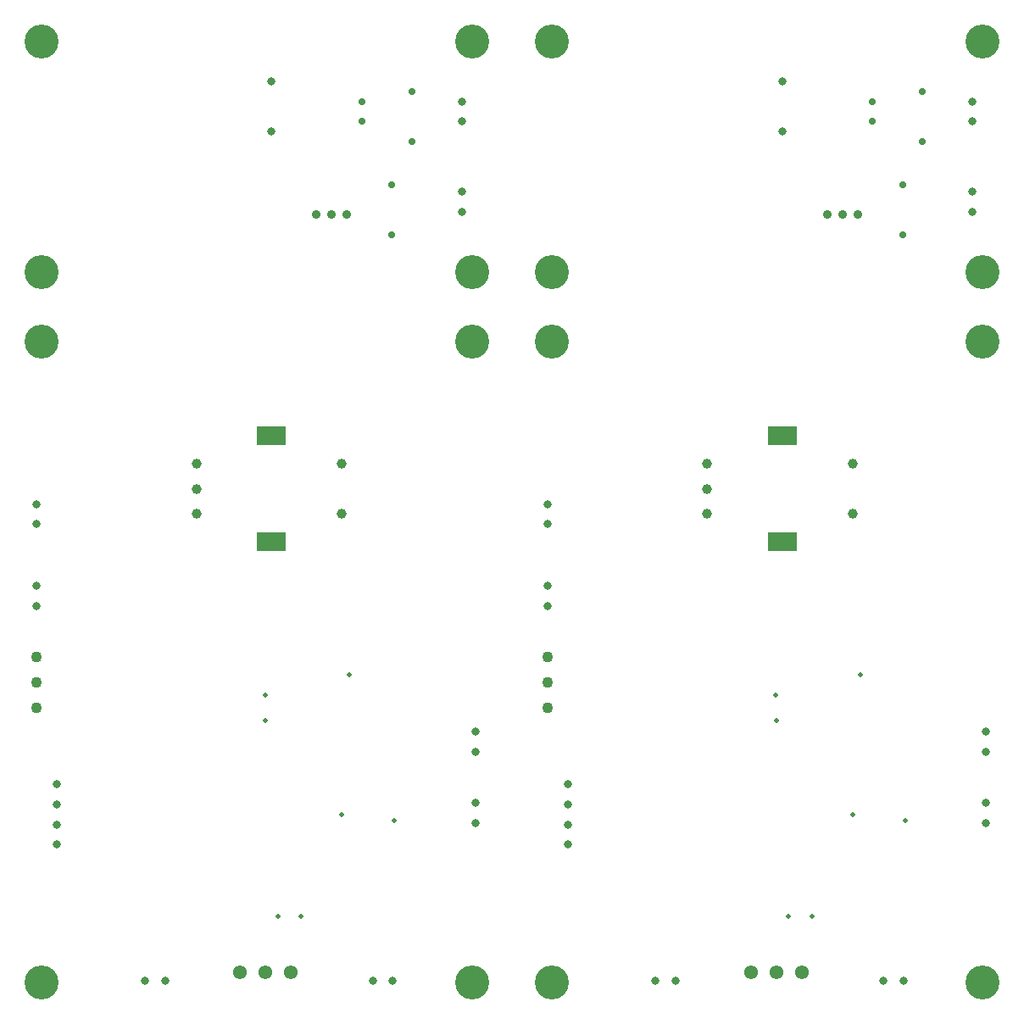
<source format=gbr>
%TF.GenerationSoftware,Altium Limited,Altium Designer,24.3.1 (35)*%
G04 Layer_Color=0*
%FSLAX45Y45*%
%MOMM*%
%TF.SameCoordinates,C0A1E697-D952-45A1-8973-6DB72EE3D4FA*%
%TF.FilePolarity,Positive*%
%TF.FileFunction,Plated,1,2,PTH,Drill*%
%TF.Part,CustomerPanel*%
G01*
G75*
%TA.AperFunction,ComponentDrill*%
%ADD70C,0.80000*%
%ADD71C,0.89000*%
%ADD72C,0.70000*%
%TA.AperFunction,OtherDrill,Pad Free-g (46mm,74mm)*%
%ADD73C,3.40000*%
%TA.AperFunction,OtherDrill,Pad Free-g (46mm,97mm)*%
%ADD74C,3.40000*%
%TA.AperFunction,OtherDrill,Pad Free-g (3mm,97mm)*%
%ADD75C,3.40000*%
%TA.AperFunction,OtherDrill,Pad Free-g (3mm,74mm)*%
%ADD76C,3.40000*%
%TA.AperFunction,OtherDrill,Pad Free-g (97mm,74mm)*%
%ADD77C,3.40000*%
%TA.AperFunction,OtherDrill,Pad Free-g (97mm,97mm)*%
%ADD78C,3.40000*%
%TA.AperFunction,OtherDrill,Pad Free-g (54mm,97mm)*%
%ADD79C,3.40000*%
%TA.AperFunction,OtherDrill,Pad Free-g (54mm,74mm)*%
%ADD80C,3.40000*%
%TA.AperFunction,ComponentDrill*%
%ADD81C,1.00000*%
%ADD82R,3.00000X1.90000*%
%ADD83C,1.38000*%
%ADD84C,0.80000*%
%ADD85C,1.10000*%
%TA.AperFunction,OtherDrill,Pad Free-1 (46mm,67mm)*%
%ADD86C,3.40000*%
%TA.AperFunction,OtherDrill,Pad Free-g (3mm,67mm)*%
%ADD87C,3.40000*%
%TA.AperFunction,OtherDrill,Pad Free-1 (3mm,3mm)*%
%ADD88C,3.40000*%
%TA.AperFunction,OtherDrill,Pad Free-1 (46mm,3mm)*%
%ADD89C,3.40000*%
%TA.AperFunction,ViaDrill,NotFilled*%
%ADD90C,0.50000*%
%TA.AperFunction,OtherDrill,Pad Free-1 (97mm,67mm)*%
%ADD91C,3.40000*%
%TA.AperFunction,OtherDrill,Pad Free-g (54mm,67mm)*%
%ADD92C,3.40000*%
%TA.AperFunction,OtherDrill,Pad Free-1 (54mm,3mm)*%
%ADD93C,3.40000*%
%TA.AperFunction,OtherDrill,Pad Free-1 (97mm,3mm)*%
%ADD94C,3.40000*%
D70*
X4500001Y8199998D02*
D03*
Y7999998D02*
D03*
Y9100001D02*
D03*
Y8900002D02*
D03*
X2600000Y8800002D02*
D03*
Y9300001D02*
D03*
X9600001Y8199998D02*
D03*
Y7999998D02*
D03*
Y9100001D02*
D03*
Y8900002D02*
D03*
X7700000Y8800002D02*
D03*
Y9300001D02*
D03*
X4635500Y2095500D02*
D03*
Y1895500D02*
D03*
Y2803500D02*
D03*
Y2603500D02*
D03*
X254002Y4064000D02*
D03*
Y4264000D02*
D03*
Y4880000D02*
D03*
Y5080000D02*
D03*
X457202Y2279599D02*
D03*
Y2079600D02*
D03*
Y1879600D02*
D03*
Y1679600D02*
D03*
X9735500Y2095500D02*
D03*
Y1895500D02*
D03*
Y2803500D02*
D03*
Y2603500D02*
D03*
X5354001Y4064000D02*
D03*
Y4264000D02*
D03*
Y4880000D02*
D03*
Y5080000D02*
D03*
X5557201Y2279599D02*
D03*
Y2079600D02*
D03*
Y1879600D02*
D03*
Y1679600D02*
D03*
D71*
X3352399Y7970001D02*
D03*
X3199999D02*
D03*
X3047599D02*
D03*
X8452399D02*
D03*
X8299999D02*
D03*
X8147599D02*
D03*
D72*
X3800003Y8270000D02*
D03*
Y7770001D02*
D03*
X3499998Y8900002D02*
D03*
Y9100001D02*
D03*
X4000002Y9200001D02*
D03*
Y8700002D02*
D03*
X8900003Y8270000D02*
D03*
Y7770001D02*
D03*
X8599998Y8900002D02*
D03*
Y9100001D02*
D03*
X9100002Y9200001D02*
D03*
Y8700002D02*
D03*
D73*
X4600001Y7399999D02*
D03*
D74*
Y9700000D02*
D03*
D75*
X299999D02*
D03*
D76*
Y7399999D02*
D03*
D77*
X9700001D02*
D03*
D78*
Y9700000D02*
D03*
D79*
X5399999D02*
D03*
D80*
Y7399999D02*
D03*
D81*
X1850000Y4980000D02*
D03*
Y5480000D02*
D03*
Y5230000D02*
D03*
X3300000Y4980000D02*
D03*
Y5480000D02*
D03*
X6950000Y4980000D02*
D03*
Y5480000D02*
D03*
Y5230000D02*
D03*
X8400000Y4980000D02*
D03*
Y5480000D02*
D03*
D82*
X2600000Y4700000D02*
D03*
Y5760000D02*
D03*
X7700000Y4700000D02*
D03*
Y5760000D02*
D03*
D83*
X2286000Y406400D02*
D03*
X2540000D02*
D03*
X2794000D02*
D03*
X7386000D02*
D03*
X7640000D02*
D03*
X7894000D02*
D03*
D84*
X1533501Y317500D02*
D03*
X1333502D02*
D03*
X3810002D02*
D03*
X3610002D02*
D03*
X6633501D02*
D03*
X6433501D02*
D03*
X8910001D02*
D03*
X8710002D02*
D03*
D85*
X254002Y3048000D02*
D03*
Y3302000D02*
D03*
Y3556000D02*
D03*
X5354001Y3048000D02*
D03*
Y3302000D02*
D03*
Y3556000D02*
D03*
D86*
X4600000Y6700000D02*
D03*
D87*
X300000D02*
D03*
D88*
X300001Y299999D02*
D03*
D89*
X4600002D02*
D03*
D90*
X3826871Y1917700D02*
D03*
X3302000Y1981200D02*
D03*
X2533484Y3175000D02*
D03*
X3378200Y3378200D02*
D03*
X2540002Y2921000D02*
D03*
X2895602Y965200D02*
D03*
X2663298D02*
D03*
X8926871Y1917700D02*
D03*
X8402000Y1981200D02*
D03*
X7633484Y3175000D02*
D03*
X8478200Y3378200D02*
D03*
X7640001Y2921000D02*
D03*
X7995601Y965200D02*
D03*
X7763298D02*
D03*
D91*
X9700000Y6700000D02*
D03*
D92*
X5400000D02*
D03*
D93*
X5400001Y299999D02*
D03*
D94*
X9700002D02*
D03*
%TF.MD5,d2d4cfb38b471ab860e24377be63988e*%
M02*

</source>
